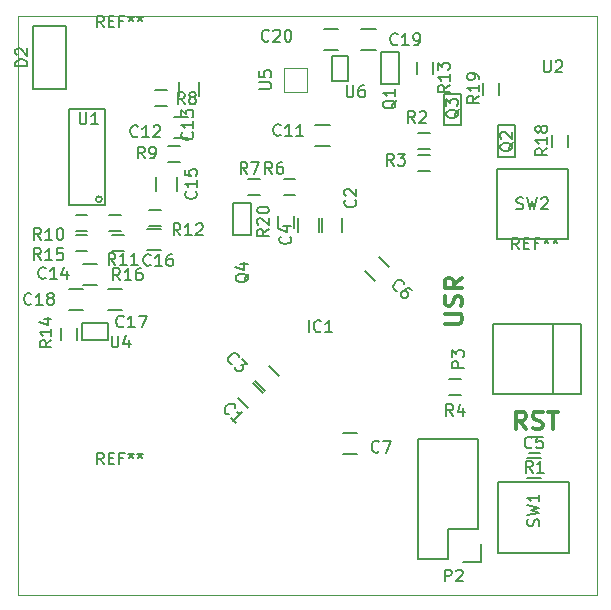
<source format=gbr>
G04 #@! TF.FileFunction,Legend,Top*
%FSLAX46Y46*%
G04 Gerber Fmt 4.6, Leading zero omitted, Abs format (unit mm)*
G04 Created by KiCad (PCBNEW 4.0.4+dfsg1-stable) date Sun Feb 26 01:11:18 2017*
%MOMM*%
%LPD*%
G01*
G04 APERTURE LIST*
%ADD10C,0.100000*%
%ADD11C,0.300000*%
%ADD12C,0.150000*%
G04 APERTURE END LIST*
D10*
D11*
X161428572Y-104278571D02*
X160928572Y-103564286D01*
X160571429Y-104278571D02*
X160571429Y-102778571D01*
X161142857Y-102778571D01*
X161285715Y-102850000D01*
X161357143Y-102921429D01*
X161428572Y-103064286D01*
X161428572Y-103278571D01*
X161357143Y-103421429D01*
X161285715Y-103492857D01*
X161142857Y-103564286D01*
X160571429Y-103564286D01*
X162000000Y-104207143D02*
X162214286Y-104278571D01*
X162571429Y-104278571D01*
X162714286Y-104207143D01*
X162785715Y-104135714D01*
X162857143Y-103992857D01*
X162857143Y-103850000D01*
X162785715Y-103707143D01*
X162714286Y-103635714D01*
X162571429Y-103564286D01*
X162285715Y-103492857D01*
X162142857Y-103421429D01*
X162071429Y-103350000D01*
X162000000Y-103207143D01*
X162000000Y-103064286D01*
X162071429Y-102921429D01*
X162142857Y-102850000D01*
X162285715Y-102778571D01*
X162642857Y-102778571D01*
X162857143Y-102850000D01*
X163285714Y-102778571D02*
X164142857Y-102778571D01*
X163714286Y-104278571D02*
X163714286Y-102778571D01*
X154528571Y-95342857D02*
X155742857Y-95342857D01*
X155885714Y-95271429D01*
X155957143Y-95200000D01*
X156028571Y-95057143D01*
X156028571Y-94771429D01*
X155957143Y-94628571D01*
X155885714Y-94557143D01*
X155742857Y-94485714D01*
X154528571Y-94485714D01*
X155957143Y-93842857D02*
X156028571Y-93628571D01*
X156028571Y-93271428D01*
X155957143Y-93128571D01*
X155885714Y-93057142D01*
X155742857Y-92985714D01*
X155600000Y-92985714D01*
X155457143Y-93057142D01*
X155385714Y-93128571D01*
X155314286Y-93271428D01*
X155242857Y-93557142D01*
X155171429Y-93700000D01*
X155100000Y-93771428D01*
X154957143Y-93842857D01*
X154814286Y-93842857D01*
X154671429Y-93771428D01*
X154600000Y-93700000D01*
X154528571Y-93557142D01*
X154528571Y-93200000D01*
X154600000Y-92985714D01*
X156028571Y-91485714D02*
X155314286Y-91985714D01*
X156028571Y-92342857D02*
X154528571Y-92342857D01*
X154528571Y-91771429D01*
X154600000Y-91628571D01*
X154671429Y-91557143D01*
X154814286Y-91485714D01*
X155028571Y-91485714D01*
X155171429Y-91557143D01*
X155242857Y-91628571D01*
X155314286Y-91771429D01*
X155314286Y-92342857D01*
D10*
X118400000Y-118300000D02*
X167400000Y-118300000D01*
X118400000Y-69300000D02*
X118400000Y-118300000D01*
X167400000Y-69300000D02*
X118400000Y-69300000D01*
X167400000Y-118300000D02*
X167400000Y-69300000D01*
D12*
X164955000Y-79350000D02*
X164955000Y-80350000D01*
X163605000Y-80350000D02*
X163605000Y-79350000D01*
X160530000Y-81250000D02*
X159030000Y-81250000D01*
X159030000Y-81250000D02*
X159030000Y-78550000D01*
X159030000Y-78550000D02*
X160530000Y-78550000D01*
X160530000Y-78550000D02*
X160530000Y-81250000D01*
X145900000Y-104625000D02*
X147100000Y-104625000D01*
X147100000Y-106375000D02*
X145900000Y-106375000D01*
X152300000Y-81025000D02*
X153300000Y-81025000D01*
X153300000Y-82375000D02*
X152300000Y-82375000D01*
X139694454Y-98957017D02*
X140542983Y-99805546D01*
X139305546Y-101042983D02*
X138457017Y-100194454D01*
X148605546Y-91742983D02*
X147757017Y-90894454D01*
X148994454Y-89657017D02*
X149842983Y-90505546D01*
X138294454Y-100357017D02*
X139142983Y-101205546D01*
X137905546Y-102442983D02*
X137057017Y-101594454D01*
X145875000Y-86400000D02*
X145875000Y-87600000D01*
X144125000Y-87600000D02*
X144125000Y-86400000D01*
X143875000Y-86400000D02*
X143875000Y-87600000D01*
X142125000Y-87600000D02*
X142125000Y-86400000D01*
X162700000Y-108425000D02*
X161500000Y-108425000D01*
X161500000Y-106675000D02*
X162700000Y-106675000D01*
X143600000Y-78525000D02*
X144800000Y-78525000D01*
X144800000Y-80275000D02*
X143600000Y-80275000D01*
X131650000Y-77875000D02*
X132850000Y-77875000D01*
X132850000Y-79625000D02*
X131650000Y-79625000D01*
X132025000Y-76100000D02*
X132025000Y-74900000D01*
X133775000Y-74900000D02*
X133775000Y-76100000D01*
X125100000Y-92075000D02*
X123900000Y-92075000D01*
X123900000Y-90325000D02*
X125100000Y-90325000D01*
X130125000Y-84100000D02*
X130125000Y-82900000D01*
X131875000Y-82900000D02*
X131875000Y-84100000D01*
X130500000Y-89075000D02*
X129300000Y-89075000D01*
X129300000Y-87325000D02*
X130500000Y-87325000D01*
X127200000Y-94175000D02*
X126000000Y-94175000D01*
X126000000Y-92425000D02*
X127200000Y-92425000D01*
X122700000Y-92425000D02*
X123900000Y-92425000D01*
X123900000Y-94175000D02*
X122700000Y-94175000D01*
X147500000Y-70425000D02*
X148700000Y-70425000D01*
X148700000Y-72175000D02*
X147500000Y-72175000D01*
X145500000Y-72175000D02*
X144300000Y-72175000D01*
X144300000Y-70425000D02*
X145500000Y-70425000D01*
X119700000Y-75500000D02*
X119700000Y-70100000D01*
X119700000Y-70100000D02*
X122500000Y-70100000D01*
X122500000Y-70100000D02*
X122500000Y-75500000D01*
X122500000Y-75500000D02*
X119700000Y-75500000D01*
X150650000Y-75050000D02*
X149150000Y-75050000D01*
X149150000Y-75050000D02*
X149150000Y-72350000D01*
X149150000Y-72350000D02*
X150650000Y-72350000D01*
X150650000Y-72350000D02*
X150650000Y-75050000D01*
X161650000Y-104925000D02*
X162650000Y-104925000D01*
X162650000Y-106275000D02*
X161650000Y-106275000D01*
X153300000Y-80575000D02*
X152300000Y-80575000D01*
X152300000Y-79225000D02*
X153300000Y-79225000D01*
X154925000Y-100025000D02*
X155925000Y-100025000D01*
X155925000Y-101375000D02*
X154925000Y-101375000D01*
X141900000Y-84475000D02*
X140900000Y-84475000D01*
X140900000Y-83125000D02*
X141900000Y-83125000D01*
X138900000Y-84475000D02*
X137900000Y-84475000D01*
X137900000Y-83125000D02*
X138900000Y-83125000D01*
X131000000Y-76925000D02*
X130000000Y-76925000D01*
X130000000Y-75575000D02*
X131000000Y-75575000D01*
X132100000Y-81675000D02*
X131100000Y-81675000D01*
X131100000Y-80325000D02*
X132100000Y-80325000D01*
X124300000Y-87475000D02*
X123300000Y-87475000D01*
X123300000Y-86125000D02*
X124300000Y-86125000D01*
X127100000Y-87475000D02*
X126100000Y-87475000D01*
X126100000Y-86125000D02*
X127100000Y-86125000D01*
X130500000Y-87075000D02*
X129500000Y-87075000D01*
X129500000Y-85725000D02*
X130500000Y-85725000D01*
X153575000Y-73200000D02*
X153575000Y-74200000D01*
X152225000Y-74200000D02*
X152225000Y-73200000D01*
X123375000Y-95700000D02*
X123375000Y-96700000D01*
X122025000Y-96700000D02*
X122025000Y-95700000D01*
X159100000Y-114750000D02*
X159100000Y-108750000D01*
X159100000Y-108750000D02*
X165100000Y-108750000D01*
X165100000Y-108750000D02*
X165100000Y-114750000D01*
X165100000Y-114750000D02*
X159100000Y-114750000D01*
X125520000Y-84806000D02*
G75*
G03X125520000Y-84806000I-254000J0D01*
G01*
X125774000Y-85314000D02*
X122726000Y-85314000D01*
X122726000Y-85314000D02*
X122726000Y-77186000D01*
X122726000Y-77186000D02*
X125774000Y-77186000D01*
X125774000Y-77186000D02*
X125774000Y-85314000D01*
X123800000Y-95300000D02*
X126000000Y-95300000D01*
X126000000Y-95300000D02*
X126000000Y-96700000D01*
X126000000Y-96700000D02*
X123800000Y-96700000D01*
X123800000Y-96700000D02*
X123800000Y-95300000D01*
D10*
X140900000Y-75700000D02*
X140900000Y-73700000D01*
X140900000Y-73700000D02*
X142900000Y-73700000D01*
X142900000Y-73700000D02*
X142900000Y-75700000D01*
X142900000Y-75700000D02*
X140900000Y-75700000D01*
D12*
X145000000Y-74750000D02*
X145000000Y-72650000D01*
X145000000Y-72650000D02*
X146400000Y-72650000D01*
X146400000Y-72650000D02*
X146400000Y-74750000D01*
X146400000Y-74750000D02*
X145000000Y-74750000D01*
X124300000Y-89175000D02*
X123300000Y-89175000D01*
X123300000Y-87825000D02*
X124300000Y-87825000D01*
X127400000Y-89175000D02*
X126400000Y-89175000D01*
X126400000Y-87825000D02*
X127400000Y-87825000D01*
X164950000Y-88200000D02*
X158950000Y-88200000D01*
X158950000Y-88200000D02*
X158950000Y-82200000D01*
X158950000Y-82200000D02*
X164950000Y-82200000D01*
X164950000Y-82200000D02*
X164950000Y-88200000D01*
X155950000Y-78550000D02*
X154450000Y-78550000D01*
X154450000Y-78550000D02*
X154450000Y-75850000D01*
X154450000Y-75850000D02*
X155950000Y-75850000D01*
X155950000Y-75850000D02*
X155950000Y-78550000D01*
X159175000Y-74950000D02*
X159175000Y-75950000D01*
X157825000Y-75950000D02*
X157825000Y-74950000D01*
X136650000Y-85150000D02*
X138150000Y-85150000D01*
X138150000Y-85150000D02*
X138150000Y-87850000D01*
X138150000Y-87850000D02*
X136650000Y-87850000D01*
X136650000Y-87850000D02*
X136650000Y-85150000D01*
X141775000Y-86200000D02*
X141775000Y-87200000D01*
X140425000Y-87200000D02*
X140425000Y-86200000D01*
X157370000Y-112710000D02*
X157370000Y-105090000D01*
X157370000Y-105090000D02*
X152290000Y-105090000D01*
X152290000Y-105090000D02*
X152290000Y-115250000D01*
X152290000Y-115250000D02*
X154830000Y-115250000D01*
X156100000Y-115530000D02*
X157650000Y-115530000D01*
X154830000Y-115250000D02*
X154830000Y-112710000D01*
X154830000Y-112710000D02*
X157370000Y-112710000D01*
X157650000Y-115530000D02*
X157650000Y-113980000D01*
X163700000Y-95350000D02*
X163700000Y-101250000D01*
X158650000Y-95350000D02*
X166050000Y-95350000D01*
X158650000Y-101250000D02*
X158650000Y-95350000D01*
X166050000Y-101250000D02*
X158650000Y-101250000D01*
X166050000Y-95350000D02*
X166050000Y-101250000D01*
X163232381Y-80492857D02*
X162756190Y-80826191D01*
X163232381Y-81064286D02*
X162232381Y-81064286D01*
X162232381Y-80683333D01*
X162280000Y-80588095D01*
X162327619Y-80540476D01*
X162422857Y-80492857D01*
X162565714Y-80492857D01*
X162660952Y-80540476D01*
X162708571Y-80588095D01*
X162756190Y-80683333D01*
X162756190Y-81064286D01*
X163232381Y-79540476D02*
X163232381Y-80111905D01*
X163232381Y-79826191D02*
X162232381Y-79826191D01*
X162375238Y-79921429D01*
X162470476Y-80016667D01*
X162518095Y-80111905D01*
X162660952Y-78969048D02*
X162613333Y-79064286D01*
X162565714Y-79111905D01*
X162470476Y-79159524D01*
X162422857Y-79159524D01*
X162327619Y-79111905D01*
X162280000Y-79064286D01*
X162232381Y-78969048D01*
X162232381Y-78778571D01*
X162280000Y-78683333D01*
X162327619Y-78635714D01*
X162422857Y-78588095D01*
X162470476Y-78588095D01*
X162565714Y-78635714D01*
X162613333Y-78683333D01*
X162660952Y-78778571D01*
X162660952Y-78969048D01*
X162708571Y-79064286D01*
X162756190Y-79111905D01*
X162851429Y-79159524D01*
X163041905Y-79159524D01*
X163137143Y-79111905D01*
X163184762Y-79064286D01*
X163232381Y-78969048D01*
X163232381Y-78778571D01*
X163184762Y-78683333D01*
X163137143Y-78635714D01*
X163041905Y-78588095D01*
X162851429Y-78588095D01*
X162756190Y-78635714D01*
X162708571Y-78683333D01*
X162660952Y-78778571D01*
X160327619Y-79995238D02*
X160280000Y-80090476D01*
X160184762Y-80185714D01*
X160041905Y-80328571D01*
X159994286Y-80423810D01*
X159994286Y-80519048D01*
X160232381Y-80471429D02*
X160184762Y-80566667D01*
X160089524Y-80661905D01*
X159899048Y-80709524D01*
X159565714Y-80709524D01*
X159375238Y-80661905D01*
X159280000Y-80566667D01*
X159232381Y-80471429D01*
X159232381Y-80280952D01*
X159280000Y-80185714D01*
X159375238Y-80090476D01*
X159565714Y-80042857D01*
X159899048Y-80042857D01*
X160089524Y-80090476D01*
X160184762Y-80185714D01*
X160232381Y-80280952D01*
X160232381Y-80471429D01*
X159327619Y-79661905D02*
X159280000Y-79614286D01*
X159232381Y-79519048D01*
X159232381Y-79280952D01*
X159280000Y-79185714D01*
X159327619Y-79138095D01*
X159422857Y-79090476D01*
X159518095Y-79090476D01*
X159660952Y-79138095D01*
X160232381Y-79709524D01*
X160232381Y-79090476D01*
X125666667Y-70252381D02*
X125333333Y-69776190D01*
X125095238Y-70252381D02*
X125095238Y-69252381D01*
X125476191Y-69252381D01*
X125571429Y-69300000D01*
X125619048Y-69347619D01*
X125666667Y-69442857D01*
X125666667Y-69585714D01*
X125619048Y-69680952D01*
X125571429Y-69728571D01*
X125476191Y-69776190D01*
X125095238Y-69776190D01*
X126095238Y-69728571D02*
X126428572Y-69728571D01*
X126571429Y-70252381D02*
X126095238Y-70252381D01*
X126095238Y-69252381D01*
X126571429Y-69252381D01*
X127333334Y-69728571D02*
X127000000Y-69728571D01*
X127000000Y-70252381D02*
X127000000Y-69252381D01*
X127476191Y-69252381D01*
X128000000Y-69252381D02*
X128000000Y-69490476D01*
X127761905Y-69395238D02*
X128000000Y-69490476D01*
X128238096Y-69395238D01*
X127857143Y-69680952D02*
X128000000Y-69490476D01*
X128142858Y-69680952D01*
X128761905Y-69252381D02*
X128761905Y-69490476D01*
X128523810Y-69395238D02*
X128761905Y-69490476D01*
X129000001Y-69395238D01*
X128619048Y-69680952D02*
X128761905Y-69490476D01*
X128904763Y-69680952D01*
X160816667Y-89052381D02*
X160483333Y-88576190D01*
X160245238Y-89052381D02*
X160245238Y-88052381D01*
X160626191Y-88052381D01*
X160721429Y-88100000D01*
X160769048Y-88147619D01*
X160816667Y-88242857D01*
X160816667Y-88385714D01*
X160769048Y-88480952D01*
X160721429Y-88528571D01*
X160626191Y-88576190D01*
X160245238Y-88576190D01*
X161245238Y-88528571D02*
X161578572Y-88528571D01*
X161721429Y-89052381D02*
X161245238Y-89052381D01*
X161245238Y-88052381D01*
X161721429Y-88052381D01*
X162483334Y-88528571D02*
X162150000Y-88528571D01*
X162150000Y-89052381D02*
X162150000Y-88052381D01*
X162626191Y-88052381D01*
X163150000Y-88052381D02*
X163150000Y-88290476D01*
X162911905Y-88195238D02*
X163150000Y-88290476D01*
X163388096Y-88195238D01*
X163007143Y-88480952D02*
X163150000Y-88290476D01*
X163292858Y-88480952D01*
X163911905Y-88052381D02*
X163911905Y-88290476D01*
X163673810Y-88195238D02*
X163911905Y-88290476D01*
X164150001Y-88195238D01*
X163769048Y-88480952D02*
X163911905Y-88290476D01*
X164054763Y-88480952D01*
X143023810Y-96052381D02*
X143023810Y-95052381D01*
X144071429Y-95957143D02*
X144023810Y-96004762D01*
X143880953Y-96052381D01*
X143785715Y-96052381D01*
X143642857Y-96004762D01*
X143547619Y-95909524D01*
X143500000Y-95814286D01*
X143452381Y-95623810D01*
X143452381Y-95480952D01*
X143500000Y-95290476D01*
X143547619Y-95195238D01*
X143642857Y-95100000D01*
X143785715Y-95052381D01*
X143880953Y-95052381D01*
X144023810Y-95100000D01*
X144071429Y-95147619D01*
X145023810Y-96052381D02*
X144452381Y-96052381D01*
X144738095Y-96052381D02*
X144738095Y-95052381D01*
X144642857Y-95195238D01*
X144547619Y-95290476D01*
X144452381Y-95338095D01*
X148983334Y-106157143D02*
X148935715Y-106204762D01*
X148792858Y-106252381D01*
X148697620Y-106252381D01*
X148554762Y-106204762D01*
X148459524Y-106109524D01*
X148411905Y-106014286D01*
X148364286Y-105823810D01*
X148364286Y-105680952D01*
X148411905Y-105490476D01*
X148459524Y-105395238D01*
X148554762Y-105300000D01*
X148697620Y-105252381D01*
X148792858Y-105252381D01*
X148935715Y-105300000D01*
X148983334Y-105347619D01*
X149316667Y-105252381D02*
X149983334Y-105252381D01*
X149554762Y-106252381D01*
X150233334Y-81952381D02*
X149900000Y-81476190D01*
X149661905Y-81952381D02*
X149661905Y-80952381D01*
X150042858Y-80952381D01*
X150138096Y-81000000D01*
X150185715Y-81047619D01*
X150233334Y-81142857D01*
X150233334Y-81285714D01*
X150185715Y-81380952D01*
X150138096Y-81428571D01*
X150042858Y-81476190D01*
X149661905Y-81476190D01*
X150566667Y-80952381D02*
X151185715Y-80952381D01*
X150852381Y-81333333D01*
X150995239Y-81333333D01*
X151090477Y-81380952D01*
X151138096Y-81428571D01*
X151185715Y-81523810D01*
X151185715Y-81761905D01*
X151138096Y-81857143D01*
X151090477Y-81904762D01*
X150995239Y-81952381D01*
X150709524Y-81952381D01*
X150614286Y-81904762D01*
X150566667Y-81857143D01*
X136529611Y-98734688D02*
X136462268Y-98734688D01*
X136327581Y-98667344D01*
X136260237Y-98600001D01*
X136192893Y-98465313D01*
X136192893Y-98330626D01*
X136226565Y-98229611D01*
X136327580Y-98061253D01*
X136428596Y-97960237D01*
X136596955Y-97859222D01*
X136697970Y-97825550D01*
X136832657Y-97825550D01*
X136967344Y-97892894D01*
X137034688Y-97960237D01*
X137102031Y-98094924D01*
X137102031Y-98162268D01*
X137405076Y-98330626D02*
X137842810Y-98768359D01*
X137337733Y-98802030D01*
X137438749Y-98903046D01*
X137472421Y-99004061D01*
X137472421Y-99071405D01*
X137438748Y-99172421D01*
X137270390Y-99340779D01*
X137169374Y-99374451D01*
X137102031Y-99374451D01*
X137001016Y-99340779D01*
X136798985Y-99138748D01*
X136765313Y-99037733D01*
X136765313Y-98970390D01*
X150529611Y-92534688D02*
X150462268Y-92534688D01*
X150327581Y-92467344D01*
X150260237Y-92400001D01*
X150192893Y-92265313D01*
X150192893Y-92130626D01*
X150226565Y-92029611D01*
X150327580Y-91861253D01*
X150428596Y-91760237D01*
X150596955Y-91659222D01*
X150697970Y-91625550D01*
X150832657Y-91625550D01*
X150967344Y-91692894D01*
X151034688Y-91760237D01*
X151102031Y-91894924D01*
X151102031Y-91962268D01*
X151775466Y-92501016D02*
X151640778Y-92366328D01*
X151539763Y-92332657D01*
X151472420Y-92332657D01*
X151304061Y-92366328D01*
X151135703Y-92467343D01*
X150866328Y-92736718D01*
X150832657Y-92837733D01*
X150832657Y-92905076D01*
X150866328Y-93006092D01*
X151001016Y-93140779D01*
X151102031Y-93174451D01*
X151169374Y-93174451D01*
X151270390Y-93140779D01*
X151438748Y-92972421D01*
X151472421Y-92871405D01*
X151472421Y-92804061D01*
X151438749Y-92703046D01*
X151304061Y-92568359D01*
X151203046Y-92534687D01*
X151135703Y-92534687D01*
X151034687Y-92568359D01*
X136244687Y-103019612D02*
X136177344Y-103019612D01*
X136042657Y-102952268D01*
X135975313Y-102884925D01*
X135907969Y-102750237D01*
X135907969Y-102615550D01*
X135941641Y-102514535D01*
X136042656Y-102346177D01*
X136143672Y-102245161D01*
X136312031Y-102144146D01*
X136413046Y-102110474D01*
X136547733Y-102110474D01*
X136682420Y-102177818D01*
X136749764Y-102245161D01*
X136817107Y-102379848D01*
X136817107Y-102447192D01*
X136850779Y-103760390D02*
X136446717Y-103356329D01*
X136648748Y-103558359D02*
X137355854Y-102851252D01*
X137187496Y-102884924D01*
X137052809Y-102884924D01*
X136951794Y-102851252D01*
X146957143Y-84866666D02*
X147004762Y-84914285D01*
X147052381Y-85057142D01*
X147052381Y-85152380D01*
X147004762Y-85295238D01*
X146909524Y-85390476D01*
X146814286Y-85438095D01*
X146623810Y-85485714D01*
X146480952Y-85485714D01*
X146290476Y-85438095D01*
X146195238Y-85390476D01*
X146100000Y-85295238D01*
X146052381Y-85152380D01*
X146052381Y-85057142D01*
X146100000Y-84914285D01*
X146147619Y-84866666D01*
X146147619Y-84485714D02*
X146100000Y-84438095D01*
X146052381Y-84342857D01*
X146052381Y-84104761D01*
X146100000Y-84009523D01*
X146147619Y-83961904D01*
X146242857Y-83914285D01*
X146338095Y-83914285D01*
X146480952Y-83961904D01*
X147052381Y-84533333D01*
X147052381Y-83914285D01*
X141457143Y-87966666D02*
X141504762Y-88014285D01*
X141552381Y-88157142D01*
X141552381Y-88252380D01*
X141504762Y-88395238D01*
X141409524Y-88490476D01*
X141314286Y-88538095D01*
X141123810Y-88585714D01*
X140980952Y-88585714D01*
X140790476Y-88538095D01*
X140695238Y-88490476D01*
X140600000Y-88395238D01*
X140552381Y-88252380D01*
X140552381Y-88157142D01*
X140600000Y-88014285D01*
X140647619Y-87966666D01*
X140885714Y-87109523D02*
X141552381Y-87109523D01*
X140504762Y-87347619D02*
X141219048Y-87585714D01*
X141219048Y-86966666D01*
X161933334Y-105807143D02*
X161885715Y-105854762D01*
X161742858Y-105902381D01*
X161647620Y-105902381D01*
X161504762Y-105854762D01*
X161409524Y-105759524D01*
X161361905Y-105664286D01*
X161314286Y-105473810D01*
X161314286Y-105330952D01*
X161361905Y-105140476D01*
X161409524Y-105045238D01*
X161504762Y-104950000D01*
X161647620Y-104902381D01*
X161742858Y-104902381D01*
X161885715Y-104950000D01*
X161933334Y-104997619D01*
X162838096Y-104902381D02*
X162361905Y-104902381D01*
X162314286Y-105378571D01*
X162361905Y-105330952D01*
X162457143Y-105283333D01*
X162695239Y-105283333D01*
X162790477Y-105330952D01*
X162838096Y-105378571D01*
X162885715Y-105473810D01*
X162885715Y-105711905D01*
X162838096Y-105807143D01*
X162790477Y-105854762D01*
X162695239Y-105902381D01*
X162457143Y-105902381D01*
X162361905Y-105854762D01*
X162314286Y-105807143D01*
X140657143Y-79357143D02*
X140609524Y-79404762D01*
X140466667Y-79452381D01*
X140371429Y-79452381D01*
X140228571Y-79404762D01*
X140133333Y-79309524D01*
X140085714Y-79214286D01*
X140038095Y-79023810D01*
X140038095Y-78880952D01*
X140085714Y-78690476D01*
X140133333Y-78595238D01*
X140228571Y-78500000D01*
X140371429Y-78452381D01*
X140466667Y-78452381D01*
X140609524Y-78500000D01*
X140657143Y-78547619D01*
X141609524Y-79452381D02*
X141038095Y-79452381D01*
X141323809Y-79452381D02*
X141323809Y-78452381D01*
X141228571Y-78595238D01*
X141133333Y-78690476D01*
X141038095Y-78738095D01*
X142561905Y-79452381D02*
X141990476Y-79452381D01*
X142276190Y-79452381D02*
X142276190Y-78452381D01*
X142180952Y-78595238D01*
X142085714Y-78690476D01*
X141990476Y-78738095D01*
X128557143Y-79457143D02*
X128509524Y-79504762D01*
X128366667Y-79552381D01*
X128271429Y-79552381D01*
X128128571Y-79504762D01*
X128033333Y-79409524D01*
X127985714Y-79314286D01*
X127938095Y-79123810D01*
X127938095Y-78980952D01*
X127985714Y-78790476D01*
X128033333Y-78695238D01*
X128128571Y-78600000D01*
X128271429Y-78552381D01*
X128366667Y-78552381D01*
X128509524Y-78600000D01*
X128557143Y-78647619D01*
X129509524Y-79552381D02*
X128938095Y-79552381D01*
X129223809Y-79552381D02*
X129223809Y-78552381D01*
X129128571Y-78695238D01*
X129033333Y-78790476D01*
X128938095Y-78838095D01*
X129890476Y-78647619D02*
X129938095Y-78600000D01*
X130033333Y-78552381D01*
X130271429Y-78552381D01*
X130366667Y-78600000D01*
X130414286Y-78647619D01*
X130461905Y-78742857D01*
X130461905Y-78838095D01*
X130414286Y-78980952D01*
X129842857Y-79552381D01*
X130461905Y-79552381D01*
X133157143Y-79142857D02*
X133204762Y-79190476D01*
X133252381Y-79333333D01*
X133252381Y-79428571D01*
X133204762Y-79571429D01*
X133109524Y-79666667D01*
X133014286Y-79714286D01*
X132823810Y-79761905D01*
X132680952Y-79761905D01*
X132490476Y-79714286D01*
X132395238Y-79666667D01*
X132300000Y-79571429D01*
X132252381Y-79428571D01*
X132252381Y-79333333D01*
X132300000Y-79190476D01*
X132347619Y-79142857D01*
X133252381Y-78190476D02*
X133252381Y-78761905D01*
X133252381Y-78476191D02*
X132252381Y-78476191D01*
X132395238Y-78571429D01*
X132490476Y-78666667D01*
X132538095Y-78761905D01*
X132252381Y-77857143D02*
X132252381Y-77238095D01*
X132633333Y-77571429D01*
X132633333Y-77428571D01*
X132680952Y-77333333D01*
X132728571Y-77285714D01*
X132823810Y-77238095D01*
X133061905Y-77238095D01*
X133157143Y-77285714D01*
X133204762Y-77333333D01*
X133252381Y-77428571D01*
X133252381Y-77714286D01*
X133204762Y-77809524D01*
X133157143Y-77857143D01*
X120757143Y-91457143D02*
X120709524Y-91504762D01*
X120566667Y-91552381D01*
X120471429Y-91552381D01*
X120328571Y-91504762D01*
X120233333Y-91409524D01*
X120185714Y-91314286D01*
X120138095Y-91123810D01*
X120138095Y-90980952D01*
X120185714Y-90790476D01*
X120233333Y-90695238D01*
X120328571Y-90600000D01*
X120471429Y-90552381D01*
X120566667Y-90552381D01*
X120709524Y-90600000D01*
X120757143Y-90647619D01*
X121709524Y-91552381D02*
X121138095Y-91552381D01*
X121423809Y-91552381D02*
X121423809Y-90552381D01*
X121328571Y-90695238D01*
X121233333Y-90790476D01*
X121138095Y-90838095D01*
X122566667Y-90885714D02*
X122566667Y-91552381D01*
X122328571Y-90504762D02*
X122090476Y-91219048D01*
X122709524Y-91219048D01*
X133457143Y-84142857D02*
X133504762Y-84190476D01*
X133552381Y-84333333D01*
X133552381Y-84428571D01*
X133504762Y-84571429D01*
X133409524Y-84666667D01*
X133314286Y-84714286D01*
X133123810Y-84761905D01*
X132980952Y-84761905D01*
X132790476Y-84714286D01*
X132695238Y-84666667D01*
X132600000Y-84571429D01*
X132552381Y-84428571D01*
X132552381Y-84333333D01*
X132600000Y-84190476D01*
X132647619Y-84142857D01*
X133552381Y-83190476D02*
X133552381Y-83761905D01*
X133552381Y-83476191D02*
X132552381Y-83476191D01*
X132695238Y-83571429D01*
X132790476Y-83666667D01*
X132838095Y-83761905D01*
X132552381Y-82285714D02*
X132552381Y-82761905D01*
X133028571Y-82809524D01*
X132980952Y-82761905D01*
X132933333Y-82666667D01*
X132933333Y-82428571D01*
X132980952Y-82333333D01*
X133028571Y-82285714D01*
X133123810Y-82238095D01*
X133361905Y-82238095D01*
X133457143Y-82285714D01*
X133504762Y-82333333D01*
X133552381Y-82428571D01*
X133552381Y-82666667D01*
X133504762Y-82761905D01*
X133457143Y-82809524D01*
X129657143Y-90357143D02*
X129609524Y-90404762D01*
X129466667Y-90452381D01*
X129371429Y-90452381D01*
X129228571Y-90404762D01*
X129133333Y-90309524D01*
X129085714Y-90214286D01*
X129038095Y-90023810D01*
X129038095Y-89880952D01*
X129085714Y-89690476D01*
X129133333Y-89595238D01*
X129228571Y-89500000D01*
X129371429Y-89452381D01*
X129466667Y-89452381D01*
X129609524Y-89500000D01*
X129657143Y-89547619D01*
X130609524Y-90452381D02*
X130038095Y-90452381D01*
X130323809Y-90452381D02*
X130323809Y-89452381D01*
X130228571Y-89595238D01*
X130133333Y-89690476D01*
X130038095Y-89738095D01*
X131466667Y-89452381D02*
X131276190Y-89452381D01*
X131180952Y-89500000D01*
X131133333Y-89547619D01*
X131038095Y-89690476D01*
X130990476Y-89880952D01*
X130990476Y-90261905D01*
X131038095Y-90357143D01*
X131085714Y-90404762D01*
X131180952Y-90452381D01*
X131371429Y-90452381D01*
X131466667Y-90404762D01*
X131514286Y-90357143D01*
X131561905Y-90261905D01*
X131561905Y-90023810D01*
X131514286Y-89928571D01*
X131466667Y-89880952D01*
X131371429Y-89833333D01*
X131180952Y-89833333D01*
X131085714Y-89880952D01*
X131038095Y-89928571D01*
X130990476Y-90023810D01*
X127357143Y-95557143D02*
X127309524Y-95604762D01*
X127166667Y-95652381D01*
X127071429Y-95652381D01*
X126928571Y-95604762D01*
X126833333Y-95509524D01*
X126785714Y-95414286D01*
X126738095Y-95223810D01*
X126738095Y-95080952D01*
X126785714Y-94890476D01*
X126833333Y-94795238D01*
X126928571Y-94700000D01*
X127071429Y-94652381D01*
X127166667Y-94652381D01*
X127309524Y-94700000D01*
X127357143Y-94747619D01*
X128309524Y-95652381D02*
X127738095Y-95652381D01*
X128023809Y-95652381D02*
X128023809Y-94652381D01*
X127928571Y-94795238D01*
X127833333Y-94890476D01*
X127738095Y-94938095D01*
X128642857Y-94652381D02*
X129309524Y-94652381D01*
X128880952Y-95652381D01*
X119557143Y-93657143D02*
X119509524Y-93704762D01*
X119366667Y-93752381D01*
X119271429Y-93752381D01*
X119128571Y-93704762D01*
X119033333Y-93609524D01*
X118985714Y-93514286D01*
X118938095Y-93323810D01*
X118938095Y-93180952D01*
X118985714Y-92990476D01*
X119033333Y-92895238D01*
X119128571Y-92800000D01*
X119271429Y-92752381D01*
X119366667Y-92752381D01*
X119509524Y-92800000D01*
X119557143Y-92847619D01*
X120509524Y-93752381D02*
X119938095Y-93752381D01*
X120223809Y-93752381D02*
X120223809Y-92752381D01*
X120128571Y-92895238D01*
X120033333Y-92990476D01*
X119938095Y-93038095D01*
X121080952Y-93180952D02*
X120985714Y-93133333D01*
X120938095Y-93085714D01*
X120890476Y-92990476D01*
X120890476Y-92942857D01*
X120938095Y-92847619D01*
X120985714Y-92800000D01*
X121080952Y-92752381D01*
X121271429Y-92752381D01*
X121366667Y-92800000D01*
X121414286Y-92847619D01*
X121461905Y-92942857D01*
X121461905Y-92990476D01*
X121414286Y-93085714D01*
X121366667Y-93133333D01*
X121271429Y-93180952D01*
X121080952Y-93180952D01*
X120985714Y-93228571D01*
X120938095Y-93276190D01*
X120890476Y-93371429D01*
X120890476Y-93561905D01*
X120938095Y-93657143D01*
X120985714Y-93704762D01*
X121080952Y-93752381D01*
X121271429Y-93752381D01*
X121366667Y-93704762D01*
X121414286Y-93657143D01*
X121461905Y-93561905D01*
X121461905Y-93371429D01*
X121414286Y-93276190D01*
X121366667Y-93228571D01*
X121271429Y-93180952D01*
X150557143Y-71657143D02*
X150509524Y-71704762D01*
X150366667Y-71752381D01*
X150271429Y-71752381D01*
X150128571Y-71704762D01*
X150033333Y-71609524D01*
X149985714Y-71514286D01*
X149938095Y-71323810D01*
X149938095Y-71180952D01*
X149985714Y-70990476D01*
X150033333Y-70895238D01*
X150128571Y-70800000D01*
X150271429Y-70752381D01*
X150366667Y-70752381D01*
X150509524Y-70800000D01*
X150557143Y-70847619D01*
X151509524Y-71752381D02*
X150938095Y-71752381D01*
X151223809Y-71752381D02*
X151223809Y-70752381D01*
X151128571Y-70895238D01*
X151033333Y-70990476D01*
X150938095Y-71038095D01*
X151985714Y-71752381D02*
X152176190Y-71752381D01*
X152271429Y-71704762D01*
X152319048Y-71657143D01*
X152414286Y-71514286D01*
X152461905Y-71323810D01*
X152461905Y-70942857D01*
X152414286Y-70847619D01*
X152366667Y-70800000D01*
X152271429Y-70752381D01*
X152080952Y-70752381D01*
X151985714Y-70800000D01*
X151938095Y-70847619D01*
X151890476Y-70942857D01*
X151890476Y-71180952D01*
X151938095Y-71276190D01*
X151985714Y-71323810D01*
X152080952Y-71371429D01*
X152271429Y-71371429D01*
X152366667Y-71323810D01*
X152414286Y-71276190D01*
X152461905Y-71180952D01*
X139657143Y-71357143D02*
X139609524Y-71404762D01*
X139466667Y-71452381D01*
X139371429Y-71452381D01*
X139228571Y-71404762D01*
X139133333Y-71309524D01*
X139085714Y-71214286D01*
X139038095Y-71023810D01*
X139038095Y-70880952D01*
X139085714Y-70690476D01*
X139133333Y-70595238D01*
X139228571Y-70500000D01*
X139371429Y-70452381D01*
X139466667Y-70452381D01*
X139609524Y-70500000D01*
X139657143Y-70547619D01*
X140038095Y-70547619D02*
X140085714Y-70500000D01*
X140180952Y-70452381D01*
X140419048Y-70452381D01*
X140514286Y-70500000D01*
X140561905Y-70547619D01*
X140609524Y-70642857D01*
X140609524Y-70738095D01*
X140561905Y-70880952D01*
X139990476Y-71452381D01*
X140609524Y-71452381D01*
X141228571Y-70452381D02*
X141323810Y-70452381D01*
X141419048Y-70500000D01*
X141466667Y-70547619D01*
X141514286Y-70642857D01*
X141561905Y-70833333D01*
X141561905Y-71071429D01*
X141514286Y-71261905D01*
X141466667Y-71357143D01*
X141419048Y-71404762D01*
X141323810Y-71452381D01*
X141228571Y-71452381D01*
X141133333Y-71404762D01*
X141085714Y-71357143D01*
X141038095Y-71261905D01*
X140990476Y-71071429D01*
X140990476Y-70833333D01*
X141038095Y-70642857D01*
X141085714Y-70547619D01*
X141133333Y-70500000D01*
X141228571Y-70452381D01*
X119202381Y-73538095D02*
X118202381Y-73538095D01*
X118202381Y-73300000D01*
X118250000Y-73157142D01*
X118345238Y-73061904D01*
X118440476Y-73014285D01*
X118630952Y-72966666D01*
X118773810Y-72966666D01*
X118964286Y-73014285D01*
X119059524Y-73061904D01*
X119154762Y-73157142D01*
X119202381Y-73300000D01*
X119202381Y-73538095D01*
X118297619Y-72585714D02*
X118250000Y-72538095D01*
X118202381Y-72442857D01*
X118202381Y-72204761D01*
X118250000Y-72109523D01*
X118297619Y-72061904D01*
X118392857Y-72014285D01*
X118488095Y-72014285D01*
X118630952Y-72061904D01*
X119202381Y-72633333D01*
X119202381Y-72014285D01*
X150447619Y-76395238D02*
X150400000Y-76490476D01*
X150304762Y-76585714D01*
X150161905Y-76728571D01*
X150114286Y-76823810D01*
X150114286Y-76919048D01*
X150352381Y-76871429D02*
X150304762Y-76966667D01*
X150209524Y-77061905D01*
X150019048Y-77109524D01*
X149685714Y-77109524D01*
X149495238Y-77061905D01*
X149400000Y-76966667D01*
X149352381Y-76871429D01*
X149352381Y-76680952D01*
X149400000Y-76585714D01*
X149495238Y-76490476D01*
X149685714Y-76442857D01*
X150019048Y-76442857D01*
X150209524Y-76490476D01*
X150304762Y-76585714D01*
X150352381Y-76680952D01*
X150352381Y-76871429D01*
X150352381Y-75490476D02*
X150352381Y-76061905D01*
X150352381Y-75776191D02*
X149352381Y-75776191D01*
X149495238Y-75871429D01*
X149590476Y-75966667D01*
X149638095Y-76061905D01*
X161983334Y-107952381D02*
X161650000Y-107476190D01*
X161411905Y-107952381D02*
X161411905Y-106952381D01*
X161792858Y-106952381D01*
X161888096Y-107000000D01*
X161935715Y-107047619D01*
X161983334Y-107142857D01*
X161983334Y-107285714D01*
X161935715Y-107380952D01*
X161888096Y-107428571D01*
X161792858Y-107476190D01*
X161411905Y-107476190D01*
X162935715Y-107952381D02*
X162364286Y-107952381D01*
X162650000Y-107952381D02*
X162650000Y-106952381D01*
X162554762Y-107095238D01*
X162459524Y-107190476D01*
X162364286Y-107238095D01*
X152033334Y-78352381D02*
X151700000Y-77876190D01*
X151461905Y-78352381D02*
X151461905Y-77352381D01*
X151842858Y-77352381D01*
X151938096Y-77400000D01*
X151985715Y-77447619D01*
X152033334Y-77542857D01*
X152033334Y-77685714D01*
X151985715Y-77780952D01*
X151938096Y-77828571D01*
X151842858Y-77876190D01*
X151461905Y-77876190D01*
X152414286Y-77447619D02*
X152461905Y-77400000D01*
X152557143Y-77352381D01*
X152795239Y-77352381D01*
X152890477Y-77400000D01*
X152938096Y-77447619D01*
X152985715Y-77542857D01*
X152985715Y-77638095D01*
X152938096Y-77780952D01*
X152366667Y-78352381D01*
X152985715Y-78352381D01*
X155258334Y-103152381D02*
X154925000Y-102676190D01*
X154686905Y-103152381D02*
X154686905Y-102152381D01*
X155067858Y-102152381D01*
X155163096Y-102200000D01*
X155210715Y-102247619D01*
X155258334Y-102342857D01*
X155258334Y-102485714D01*
X155210715Y-102580952D01*
X155163096Y-102628571D01*
X155067858Y-102676190D01*
X154686905Y-102676190D01*
X156115477Y-102485714D02*
X156115477Y-103152381D01*
X155877381Y-102104762D02*
X155639286Y-102819048D01*
X156258334Y-102819048D01*
X139933334Y-82652381D02*
X139600000Y-82176190D01*
X139361905Y-82652381D02*
X139361905Y-81652381D01*
X139742858Y-81652381D01*
X139838096Y-81700000D01*
X139885715Y-81747619D01*
X139933334Y-81842857D01*
X139933334Y-81985714D01*
X139885715Y-82080952D01*
X139838096Y-82128571D01*
X139742858Y-82176190D01*
X139361905Y-82176190D01*
X140790477Y-81652381D02*
X140600000Y-81652381D01*
X140504762Y-81700000D01*
X140457143Y-81747619D01*
X140361905Y-81890476D01*
X140314286Y-82080952D01*
X140314286Y-82461905D01*
X140361905Y-82557143D01*
X140409524Y-82604762D01*
X140504762Y-82652381D01*
X140695239Y-82652381D01*
X140790477Y-82604762D01*
X140838096Y-82557143D01*
X140885715Y-82461905D01*
X140885715Y-82223810D01*
X140838096Y-82128571D01*
X140790477Y-82080952D01*
X140695239Y-82033333D01*
X140504762Y-82033333D01*
X140409524Y-82080952D01*
X140361905Y-82128571D01*
X140314286Y-82223810D01*
X137833334Y-82652381D02*
X137500000Y-82176190D01*
X137261905Y-82652381D02*
X137261905Y-81652381D01*
X137642858Y-81652381D01*
X137738096Y-81700000D01*
X137785715Y-81747619D01*
X137833334Y-81842857D01*
X137833334Y-81985714D01*
X137785715Y-82080952D01*
X137738096Y-82128571D01*
X137642858Y-82176190D01*
X137261905Y-82176190D01*
X138166667Y-81652381D02*
X138833334Y-81652381D01*
X138404762Y-82652381D01*
X132533334Y-76752381D02*
X132200000Y-76276190D01*
X131961905Y-76752381D02*
X131961905Y-75752381D01*
X132342858Y-75752381D01*
X132438096Y-75800000D01*
X132485715Y-75847619D01*
X132533334Y-75942857D01*
X132533334Y-76085714D01*
X132485715Y-76180952D01*
X132438096Y-76228571D01*
X132342858Y-76276190D01*
X131961905Y-76276190D01*
X133104762Y-76180952D02*
X133009524Y-76133333D01*
X132961905Y-76085714D01*
X132914286Y-75990476D01*
X132914286Y-75942857D01*
X132961905Y-75847619D01*
X133009524Y-75800000D01*
X133104762Y-75752381D01*
X133295239Y-75752381D01*
X133390477Y-75800000D01*
X133438096Y-75847619D01*
X133485715Y-75942857D01*
X133485715Y-75990476D01*
X133438096Y-76085714D01*
X133390477Y-76133333D01*
X133295239Y-76180952D01*
X133104762Y-76180952D01*
X133009524Y-76228571D01*
X132961905Y-76276190D01*
X132914286Y-76371429D01*
X132914286Y-76561905D01*
X132961905Y-76657143D01*
X133009524Y-76704762D01*
X133104762Y-76752381D01*
X133295239Y-76752381D01*
X133390477Y-76704762D01*
X133438096Y-76657143D01*
X133485715Y-76561905D01*
X133485715Y-76371429D01*
X133438096Y-76276190D01*
X133390477Y-76228571D01*
X133295239Y-76180952D01*
X129133334Y-81352381D02*
X128800000Y-80876190D01*
X128561905Y-81352381D02*
X128561905Y-80352381D01*
X128942858Y-80352381D01*
X129038096Y-80400000D01*
X129085715Y-80447619D01*
X129133334Y-80542857D01*
X129133334Y-80685714D01*
X129085715Y-80780952D01*
X129038096Y-80828571D01*
X128942858Y-80876190D01*
X128561905Y-80876190D01*
X129609524Y-81352381D02*
X129800000Y-81352381D01*
X129895239Y-81304762D01*
X129942858Y-81257143D01*
X130038096Y-81114286D01*
X130085715Y-80923810D01*
X130085715Y-80542857D01*
X130038096Y-80447619D01*
X129990477Y-80400000D01*
X129895239Y-80352381D01*
X129704762Y-80352381D01*
X129609524Y-80400000D01*
X129561905Y-80447619D01*
X129514286Y-80542857D01*
X129514286Y-80780952D01*
X129561905Y-80876190D01*
X129609524Y-80923810D01*
X129704762Y-80971429D01*
X129895239Y-80971429D01*
X129990477Y-80923810D01*
X130038096Y-80876190D01*
X130085715Y-80780952D01*
X120357143Y-88252381D02*
X120023809Y-87776190D01*
X119785714Y-88252381D02*
X119785714Y-87252381D01*
X120166667Y-87252381D01*
X120261905Y-87300000D01*
X120309524Y-87347619D01*
X120357143Y-87442857D01*
X120357143Y-87585714D01*
X120309524Y-87680952D01*
X120261905Y-87728571D01*
X120166667Y-87776190D01*
X119785714Y-87776190D01*
X121309524Y-88252381D02*
X120738095Y-88252381D01*
X121023809Y-88252381D02*
X121023809Y-87252381D01*
X120928571Y-87395238D01*
X120833333Y-87490476D01*
X120738095Y-87538095D01*
X121928571Y-87252381D02*
X122023810Y-87252381D01*
X122119048Y-87300000D01*
X122166667Y-87347619D01*
X122214286Y-87442857D01*
X122261905Y-87633333D01*
X122261905Y-87871429D01*
X122214286Y-88061905D01*
X122166667Y-88157143D01*
X122119048Y-88204762D01*
X122023810Y-88252381D01*
X121928571Y-88252381D01*
X121833333Y-88204762D01*
X121785714Y-88157143D01*
X121738095Y-88061905D01*
X121690476Y-87871429D01*
X121690476Y-87633333D01*
X121738095Y-87442857D01*
X121785714Y-87347619D01*
X121833333Y-87300000D01*
X121928571Y-87252381D01*
X126657143Y-90352381D02*
X126323809Y-89876190D01*
X126085714Y-90352381D02*
X126085714Y-89352381D01*
X126466667Y-89352381D01*
X126561905Y-89400000D01*
X126609524Y-89447619D01*
X126657143Y-89542857D01*
X126657143Y-89685714D01*
X126609524Y-89780952D01*
X126561905Y-89828571D01*
X126466667Y-89876190D01*
X126085714Y-89876190D01*
X127609524Y-90352381D02*
X127038095Y-90352381D01*
X127323809Y-90352381D02*
X127323809Y-89352381D01*
X127228571Y-89495238D01*
X127133333Y-89590476D01*
X127038095Y-89638095D01*
X128561905Y-90352381D02*
X127990476Y-90352381D01*
X128276190Y-90352381D02*
X128276190Y-89352381D01*
X128180952Y-89495238D01*
X128085714Y-89590476D01*
X127990476Y-89638095D01*
X132157143Y-87852381D02*
X131823809Y-87376190D01*
X131585714Y-87852381D02*
X131585714Y-86852381D01*
X131966667Y-86852381D01*
X132061905Y-86900000D01*
X132109524Y-86947619D01*
X132157143Y-87042857D01*
X132157143Y-87185714D01*
X132109524Y-87280952D01*
X132061905Y-87328571D01*
X131966667Y-87376190D01*
X131585714Y-87376190D01*
X133109524Y-87852381D02*
X132538095Y-87852381D01*
X132823809Y-87852381D02*
X132823809Y-86852381D01*
X132728571Y-86995238D01*
X132633333Y-87090476D01*
X132538095Y-87138095D01*
X133490476Y-86947619D02*
X133538095Y-86900000D01*
X133633333Y-86852381D01*
X133871429Y-86852381D01*
X133966667Y-86900000D01*
X134014286Y-86947619D01*
X134061905Y-87042857D01*
X134061905Y-87138095D01*
X134014286Y-87280952D01*
X133442857Y-87852381D01*
X134061905Y-87852381D01*
X154952381Y-75142857D02*
X154476190Y-75476191D01*
X154952381Y-75714286D02*
X153952381Y-75714286D01*
X153952381Y-75333333D01*
X154000000Y-75238095D01*
X154047619Y-75190476D01*
X154142857Y-75142857D01*
X154285714Y-75142857D01*
X154380952Y-75190476D01*
X154428571Y-75238095D01*
X154476190Y-75333333D01*
X154476190Y-75714286D01*
X154952381Y-74190476D02*
X154952381Y-74761905D01*
X154952381Y-74476191D02*
X153952381Y-74476191D01*
X154095238Y-74571429D01*
X154190476Y-74666667D01*
X154238095Y-74761905D01*
X153952381Y-73857143D02*
X153952381Y-73238095D01*
X154333333Y-73571429D01*
X154333333Y-73428571D01*
X154380952Y-73333333D01*
X154428571Y-73285714D01*
X154523810Y-73238095D01*
X154761905Y-73238095D01*
X154857143Y-73285714D01*
X154904762Y-73333333D01*
X154952381Y-73428571D01*
X154952381Y-73714286D01*
X154904762Y-73809524D01*
X154857143Y-73857143D01*
X121252381Y-96742857D02*
X120776190Y-97076191D01*
X121252381Y-97314286D02*
X120252381Y-97314286D01*
X120252381Y-96933333D01*
X120300000Y-96838095D01*
X120347619Y-96790476D01*
X120442857Y-96742857D01*
X120585714Y-96742857D01*
X120680952Y-96790476D01*
X120728571Y-96838095D01*
X120776190Y-96933333D01*
X120776190Y-97314286D01*
X121252381Y-95790476D02*
X121252381Y-96361905D01*
X121252381Y-96076191D02*
X120252381Y-96076191D01*
X120395238Y-96171429D01*
X120490476Y-96266667D01*
X120538095Y-96361905D01*
X120585714Y-94933333D02*
X121252381Y-94933333D01*
X120204762Y-95171429D02*
X120919048Y-95409524D01*
X120919048Y-94790476D01*
X162504762Y-112483333D02*
X162552381Y-112340476D01*
X162552381Y-112102380D01*
X162504762Y-112007142D01*
X162457143Y-111959523D01*
X162361905Y-111911904D01*
X162266667Y-111911904D01*
X162171429Y-111959523D01*
X162123810Y-112007142D01*
X162076190Y-112102380D01*
X162028571Y-112292857D01*
X161980952Y-112388095D01*
X161933333Y-112435714D01*
X161838095Y-112483333D01*
X161742857Y-112483333D01*
X161647619Y-112435714D01*
X161600000Y-112388095D01*
X161552381Y-112292857D01*
X161552381Y-112054761D01*
X161600000Y-111911904D01*
X161552381Y-111578571D02*
X162552381Y-111340476D01*
X161838095Y-111149999D01*
X162552381Y-110959523D01*
X161552381Y-110721428D01*
X162552381Y-109816666D02*
X162552381Y-110388095D01*
X162552381Y-110102381D02*
X161552381Y-110102381D01*
X161695238Y-110197619D01*
X161790476Y-110292857D01*
X161838095Y-110388095D01*
X123638095Y-77452381D02*
X123638095Y-78261905D01*
X123685714Y-78357143D01*
X123733333Y-78404762D01*
X123828571Y-78452381D01*
X124019048Y-78452381D01*
X124114286Y-78404762D01*
X124161905Y-78357143D01*
X124209524Y-78261905D01*
X124209524Y-77452381D01*
X125209524Y-78452381D02*
X124638095Y-78452381D01*
X124923809Y-78452381D02*
X124923809Y-77452381D01*
X124828571Y-77595238D01*
X124733333Y-77690476D01*
X124638095Y-77738095D01*
X126338095Y-96352381D02*
X126338095Y-97161905D01*
X126385714Y-97257143D01*
X126433333Y-97304762D01*
X126528571Y-97352381D01*
X126719048Y-97352381D01*
X126814286Y-97304762D01*
X126861905Y-97257143D01*
X126909524Y-97161905D01*
X126909524Y-96352381D01*
X127814286Y-96685714D02*
X127814286Y-97352381D01*
X127576190Y-96304762D02*
X127338095Y-97019048D01*
X127957143Y-97019048D01*
X138852381Y-75461905D02*
X139661905Y-75461905D01*
X139757143Y-75414286D01*
X139804762Y-75366667D01*
X139852381Y-75271429D01*
X139852381Y-75080952D01*
X139804762Y-74985714D01*
X139757143Y-74938095D01*
X139661905Y-74890476D01*
X138852381Y-74890476D01*
X138852381Y-73938095D02*
X138852381Y-74414286D01*
X139328571Y-74461905D01*
X139280952Y-74414286D01*
X139233333Y-74319048D01*
X139233333Y-74080952D01*
X139280952Y-73985714D01*
X139328571Y-73938095D01*
X139423810Y-73890476D01*
X139661905Y-73890476D01*
X139757143Y-73938095D01*
X139804762Y-73985714D01*
X139852381Y-74080952D01*
X139852381Y-74319048D01*
X139804762Y-74414286D01*
X139757143Y-74461905D01*
X146238095Y-75152381D02*
X146238095Y-75961905D01*
X146285714Y-76057143D01*
X146333333Y-76104762D01*
X146428571Y-76152381D01*
X146619048Y-76152381D01*
X146714286Y-76104762D01*
X146761905Y-76057143D01*
X146809524Y-75961905D01*
X146809524Y-75152381D01*
X147714286Y-75152381D02*
X147523809Y-75152381D01*
X147428571Y-75200000D01*
X147380952Y-75247619D01*
X147285714Y-75390476D01*
X147238095Y-75580952D01*
X147238095Y-75961905D01*
X147285714Y-76057143D01*
X147333333Y-76104762D01*
X147428571Y-76152381D01*
X147619048Y-76152381D01*
X147714286Y-76104762D01*
X147761905Y-76057143D01*
X147809524Y-75961905D01*
X147809524Y-75723810D01*
X147761905Y-75628571D01*
X147714286Y-75580952D01*
X147619048Y-75533333D01*
X147428571Y-75533333D01*
X147333333Y-75580952D01*
X147285714Y-75628571D01*
X147238095Y-75723810D01*
X120357143Y-89952381D02*
X120023809Y-89476190D01*
X119785714Y-89952381D02*
X119785714Y-88952381D01*
X120166667Y-88952381D01*
X120261905Y-89000000D01*
X120309524Y-89047619D01*
X120357143Y-89142857D01*
X120357143Y-89285714D01*
X120309524Y-89380952D01*
X120261905Y-89428571D01*
X120166667Y-89476190D01*
X119785714Y-89476190D01*
X121309524Y-89952381D02*
X120738095Y-89952381D01*
X121023809Y-89952381D02*
X121023809Y-88952381D01*
X120928571Y-89095238D01*
X120833333Y-89190476D01*
X120738095Y-89238095D01*
X122214286Y-88952381D02*
X121738095Y-88952381D01*
X121690476Y-89428571D01*
X121738095Y-89380952D01*
X121833333Y-89333333D01*
X122071429Y-89333333D01*
X122166667Y-89380952D01*
X122214286Y-89428571D01*
X122261905Y-89523810D01*
X122261905Y-89761905D01*
X122214286Y-89857143D01*
X122166667Y-89904762D01*
X122071429Y-89952381D01*
X121833333Y-89952381D01*
X121738095Y-89904762D01*
X121690476Y-89857143D01*
X127057143Y-91652381D02*
X126723809Y-91176190D01*
X126485714Y-91652381D02*
X126485714Y-90652381D01*
X126866667Y-90652381D01*
X126961905Y-90700000D01*
X127009524Y-90747619D01*
X127057143Y-90842857D01*
X127057143Y-90985714D01*
X127009524Y-91080952D01*
X126961905Y-91128571D01*
X126866667Y-91176190D01*
X126485714Y-91176190D01*
X128009524Y-91652381D02*
X127438095Y-91652381D01*
X127723809Y-91652381D02*
X127723809Y-90652381D01*
X127628571Y-90795238D01*
X127533333Y-90890476D01*
X127438095Y-90938095D01*
X128866667Y-90652381D02*
X128676190Y-90652381D01*
X128580952Y-90700000D01*
X128533333Y-90747619D01*
X128438095Y-90890476D01*
X128390476Y-91080952D01*
X128390476Y-91461905D01*
X128438095Y-91557143D01*
X128485714Y-91604762D01*
X128580952Y-91652381D01*
X128771429Y-91652381D01*
X128866667Y-91604762D01*
X128914286Y-91557143D01*
X128961905Y-91461905D01*
X128961905Y-91223810D01*
X128914286Y-91128571D01*
X128866667Y-91080952D01*
X128771429Y-91033333D01*
X128580952Y-91033333D01*
X128485714Y-91080952D01*
X128438095Y-91128571D01*
X128390476Y-91223810D01*
X160616667Y-85604762D02*
X160759524Y-85652381D01*
X160997620Y-85652381D01*
X161092858Y-85604762D01*
X161140477Y-85557143D01*
X161188096Y-85461905D01*
X161188096Y-85366667D01*
X161140477Y-85271429D01*
X161092858Y-85223810D01*
X160997620Y-85176190D01*
X160807143Y-85128571D01*
X160711905Y-85080952D01*
X160664286Y-85033333D01*
X160616667Y-84938095D01*
X160616667Y-84842857D01*
X160664286Y-84747619D01*
X160711905Y-84700000D01*
X160807143Y-84652381D01*
X161045239Y-84652381D01*
X161188096Y-84700000D01*
X161521429Y-84652381D02*
X161759524Y-85652381D01*
X161950001Y-84938095D01*
X162140477Y-85652381D01*
X162378572Y-84652381D01*
X162711905Y-84747619D02*
X162759524Y-84700000D01*
X162854762Y-84652381D01*
X163092858Y-84652381D01*
X163188096Y-84700000D01*
X163235715Y-84747619D01*
X163283334Y-84842857D01*
X163283334Y-84938095D01*
X163235715Y-85080952D01*
X162664286Y-85652381D01*
X163283334Y-85652381D01*
X155747619Y-77195238D02*
X155700000Y-77290476D01*
X155604762Y-77385714D01*
X155461905Y-77528571D01*
X155414286Y-77623810D01*
X155414286Y-77719048D01*
X155652381Y-77671429D02*
X155604762Y-77766667D01*
X155509524Y-77861905D01*
X155319048Y-77909524D01*
X154985714Y-77909524D01*
X154795238Y-77861905D01*
X154700000Y-77766667D01*
X154652381Y-77671429D01*
X154652381Y-77480952D01*
X154700000Y-77385714D01*
X154795238Y-77290476D01*
X154985714Y-77242857D01*
X155319048Y-77242857D01*
X155509524Y-77290476D01*
X155604762Y-77385714D01*
X155652381Y-77480952D01*
X155652381Y-77671429D01*
X154652381Y-76909524D02*
X154652381Y-76290476D01*
X155033333Y-76623810D01*
X155033333Y-76480952D01*
X155080952Y-76385714D01*
X155128571Y-76338095D01*
X155223810Y-76290476D01*
X155461905Y-76290476D01*
X155557143Y-76338095D01*
X155604762Y-76385714D01*
X155652381Y-76480952D01*
X155652381Y-76766667D01*
X155604762Y-76861905D01*
X155557143Y-76909524D01*
X157452381Y-76042857D02*
X156976190Y-76376191D01*
X157452381Y-76614286D02*
X156452381Y-76614286D01*
X156452381Y-76233333D01*
X156500000Y-76138095D01*
X156547619Y-76090476D01*
X156642857Y-76042857D01*
X156785714Y-76042857D01*
X156880952Y-76090476D01*
X156928571Y-76138095D01*
X156976190Y-76233333D01*
X156976190Y-76614286D01*
X157452381Y-75090476D02*
X157452381Y-75661905D01*
X157452381Y-75376191D02*
X156452381Y-75376191D01*
X156595238Y-75471429D01*
X156690476Y-75566667D01*
X156738095Y-75661905D01*
X157452381Y-74614286D02*
X157452381Y-74423810D01*
X157404762Y-74328571D01*
X157357143Y-74280952D01*
X157214286Y-74185714D01*
X157023810Y-74138095D01*
X156642857Y-74138095D01*
X156547619Y-74185714D01*
X156500000Y-74233333D01*
X156452381Y-74328571D01*
X156452381Y-74519048D01*
X156500000Y-74614286D01*
X156547619Y-74661905D01*
X156642857Y-74709524D01*
X156880952Y-74709524D01*
X156976190Y-74661905D01*
X157023810Y-74614286D01*
X157071429Y-74519048D01*
X157071429Y-74328571D01*
X157023810Y-74233333D01*
X156976190Y-74185714D01*
X156880952Y-74138095D01*
X137947619Y-91095238D02*
X137900000Y-91190476D01*
X137804762Y-91285714D01*
X137661905Y-91428571D01*
X137614286Y-91523810D01*
X137614286Y-91619048D01*
X137852381Y-91571429D02*
X137804762Y-91666667D01*
X137709524Y-91761905D01*
X137519048Y-91809524D01*
X137185714Y-91809524D01*
X136995238Y-91761905D01*
X136900000Y-91666667D01*
X136852381Y-91571429D01*
X136852381Y-91380952D01*
X136900000Y-91285714D01*
X136995238Y-91190476D01*
X137185714Y-91142857D01*
X137519048Y-91142857D01*
X137709524Y-91190476D01*
X137804762Y-91285714D01*
X137852381Y-91380952D01*
X137852381Y-91571429D01*
X137185714Y-90285714D02*
X137852381Y-90285714D01*
X136804762Y-90523810D02*
X137519048Y-90761905D01*
X137519048Y-90142857D01*
X139652381Y-87342857D02*
X139176190Y-87676191D01*
X139652381Y-87914286D02*
X138652381Y-87914286D01*
X138652381Y-87533333D01*
X138700000Y-87438095D01*
X138747619Y-87390476D01*
X138842857Y-87342857D01*
X138985714Y-87342857D01*
X139080952Y-87390476D01*
X139128571Y-87438095D01*
X139176190Y-87533333D01*
X139176190Y-87914286D01*
X138747619Y-86961905D02*
X138700000Y-86914286D01*
X138652381Y-86819048D01*
X138652381Y-86580952D01*
X138700000Y-86485714D01*
X138747619Y-86438095D01*
X138842857Y-86390476D01*
X138938095Y-86390476D01*
X139080952Y-86438095D01*
X139652381Y-87009524D01*
X139652381Y-86390476D01*
X138652381Y-85771429D02*
X138652381Y-85676190D01*
X138700000Y-85580952D01*
X138747619Y-85533333D01*
X138842857Y-85485714D01*
X139033333Y-85438095D01*
X139271429Y-85438095D01*
X139461905Y-85485714D01*
X139557143Y-85533333D01*
X139604762Y-85580952D01*
X139652381Y-85676190D01*
X139652381Y-85771429D01*
X139604762Y-85866667D01*
X139557143Y-85914286D01*
X139461905Y-85961905D01*
X139271429Y-86009524D01*
X139033333Y-86009524D01*
X138842857Y-85961905D01*
X138747619Y-85914286D01*
X138700000Y-85866667D01*
X138652381Y-85771429D01*
X154561905Y-117152381D02*
X154561905Y-116152381D01*
X154942858Y-116152381D01*
X155038096Y-116200000D01*
X155085715Y-116247619D01*
X155133334Y-116342857D01*
X155133334Y-116485714D01*
X155085715Y-116580952D01*
X155038096Y-116628571D01*
X154942858Y-116676190D01*
X154561905Y-116676190D01*
X155514286Y-116247619D02*
X155561905Y-116200000D01*
X155657143Y-116152381D01*
X155895239Y-116152381D01*
X155990477Y-116200000D01*
X156038096Y-116247619D01*
X156085715Y-116342857D01*
X156085715Y-116438095D01*
X156038096Y-116580952D01*
X155466667Y-117152381D01*
X156085715Y-117152381D01*
X125666667Y-107252381D02*
X125333333Y-106776190D01*
X125095238Y-107252381D02*
X125095238Y-106252381D01*
X125476191Y-106252381D01*
X125571429Y-106300000D01*
X125619048Y-106347619D01*
X125666667Y-106442857D01*
X125666667Y-106585714D01*
X125619048Y-106680952D01*
X125571429Y-106728571D01*
X125476191Y-106776190D01*
X125095238Y-106776190D01*
X126095238Y-106728571D02*
X126428572Y-106728571D01*
X126571429Y-107252381D02*
X126095238Y-107252381D01*
X126095238Y-106252381D01*
X126571429Y-106252381D01*
X127333334Y-106728571D02*
X127000000Y-106728571D01*
X127000000Y-107252381D02*
X127000000Y-106252381D01*
X127476191Y-106252381D01*
X128000000Y-106252381D02*
X128000000Y-106490476D01*
X127761905Y-106395238D02*
X128000000Y-106490476D01*
X128238096Y-106395238D01*
X127857143Y-106680952D02*
X128000000Y-106490476D01*
X128142858Y-106680952D01*
X128761905Y-106252381D02*
X128761905Y-106490476D01*
X128523810Y-106395238D02*
X128761905Y-106490476D01*
X129000001Y-106395238D01*
X128619048Y-106680952D02*
X128761905Y-106490476D01*
X128904763Y-106680952D01*
X162938095Y-73052381D02*
X162938095Y-73861905D01*
X162985714Y-73957143D01*
X163033333Y-74004762D01*
X163128571Y-74052381D01*
X163319048Y-74052381D01*
X163414286Y-74004762D01*
X163461905Y-73957143D01*
X163509524Y-73861905D01*
X163509524Y-73052381D01*
X163938095Y-73147619D02*
X163985714Y-73100000D01*
X164080952Y-73052381D01*
X164319048Y-73052381D01*
X164414286Y-73100000D01*
X164461905Y-73147619D01*
X164509524Y-73242857D01*
X164509524Y-73338095D01*
X164461905Y-73480952D01*
X163890476Y-74052381D01*
X164509524Y-74052381D01*
X156152381Y-99088095D02*
X155152381Y-99088095D01*
X155152381Y-98707142D01*
X155200000Y-98611904D01*
X155247619Y-98564285D01*
X155342857Y-98516666D01*
X155485714Y-98516666D01*
X155580952Y-98564285D01*
X155628571Y-98611904D01*
X155676190Y-98707142D01*
X155676190Y-99088095D01*
X155152381Y-98183333D02*
X155152381Y-97564285D01*
X155533333Y-97897619D01*
X155533333Y-97754761D01*
X155580952Y-97659523D01*
X155628571Y-97611904D01*
X155723810Y-97564285D01*
X155961905Y-97564285D01*
X156057143Y-97611904D01*
X156104762Y-97659523D01*
X156152381Y-97754761D01*
X156152381Y-98040476D01*
X156104762Y-98135714D01*
X156057143Y-98183333D01*
M02*

</source>
